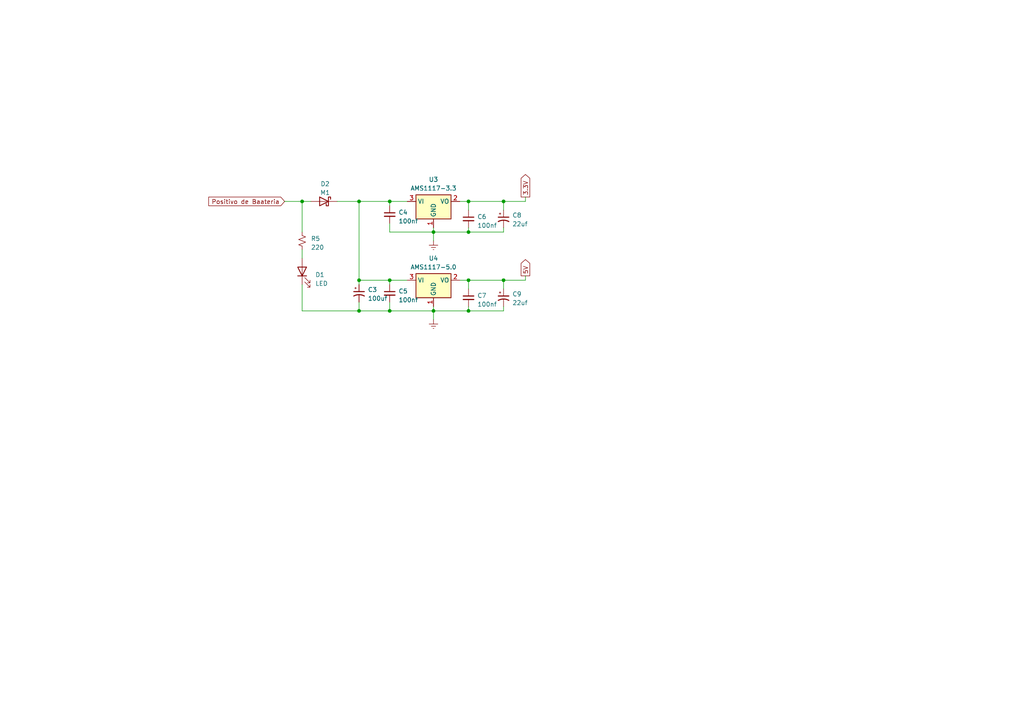
<source format=kicad_sch>
(kicad_sch (version 20230121) (generator eeschema)
  (paper "A4")
  (lib_symbols
    (symbol "Device:C_Polarized_Small_US" (pin_numbers hide) (pin_names (offset 0.254) hide)
      (property "Reference" "C" (at 0.254 1.778 0))
      (property "Value" "C_Polarized_Small_US" (at 0.254 -2.032 0))
      (symbol "C_Polarized_Small_US_0_1"
        (polyline (pts (xy -1.524 0.508) (xy 1.524 0.508)) (stroke (width 0.3048)))
        (polyline (pts (xy -1.27 1.524) (xy -0.762 1.524)))
        (polyline (pts (xy -1.016 1.27) (xy -1.016 1.778)))
        (arc (start 1.524 -0.762) (mid 0 -0.3734) (end -1.524 -0.762) (stroke (width 0.3048)))
      )
      (symbol "C_Polarized_Small_US_1_1"
        (pin passive line (at 0 2.54 270) (length 2.032) (name "~") (number "1"))
        (pin passive line (at 0 -2.54 90) (length 2.032) (name "~") (number "2"))
      )
    )
    (symbol "Device:C_Small" (pin_numbers hide) (pin_names (offset 0.254) hide)
      (property "Reference" "C" (at 0.254 1.778 0))
      (property "Value" "C_Small" (at 0.254 -2.032 0))
      (symbol "C_Small_0_1"
        (polyline (pts (xy -1.524 -0.508) (xy 1.524 -0.508)) (stroke (width 0.3302)))
        (polyline (pts (xy -1.524 0.508) (xy 1.524 0.508)) (stroke (width 0.3048)))
      )
      (symbol "C_Small_1_1"
        (pin passive line (at 0 2.54 270) (length 2.032) (name "~") (number "1"))
        (pin passive line (at 0 -2.54 90) (length 2.032) (name "~") (number "2"))
      )
    )
    (symbol "Device:LED" (pin_numbers hide) (pin_names (offset 1.016) hide)
      (property "Reference" "D" (at 0 2.54 0))
      (property "Value" "LED" (at 0 -2.54 0))
      (symbol "LED_0_1"
        (polyline (pts (xy -1.27 -1.27) (xy -1.27 1.27)) (stroke (width 0.254)))
        (polyline (pts (xy -1.27 0) (xy 1.27 0)))
        (polyline (pts (xy 1.27 -1.27) (xy 1.27 1.27) (xy -1.27 0) (xy 1.27 -1.27)) (stroke (width 0.254)))
        (polyline (pts (xy -3.048 -0.762) (xy -4.572 -2.286) (xy -3.81 -2.286) (xy -4.572 -2.286) (xy -4.572 -1.524)))
        (polyline (pts (xy -1.778 -0.762) (xy -3.302 -2.286) (xy -2.54 -2.286) (xy -3.302 -2.286) (xy -3.302 -1.524)))
      )
      (symbol "LED_1_1"
        (pin passive line (at -3.81 0 0) (length 2.54) (name "K") (number "1"))
        (pin passive line (at 3.81 0 180) (length 2.54) (name "A") (number "2"))
      )
    )
    (symbol "Device:R_Small_US" (pin_numbers hide) (pin_names (offset 0.254) hide)
      (property "Reference" "R" (at 0.762 0.508 0))
      (property "Value" "R_Small_US" (at 0.762 -1.016 0))
      (symbol "R_Small_US_1_1"
        (polyline (pts (xy 0 0) (xy 1.016 -0.381) (xy 0 -0.762) (xy -1.016 -1.143) (xy 0 -1.524)))
        (polyline (pts (xy 0 1.524) (xy 1.016 1.143) (xy 0 0.762) (xy -1.016 0.381) (xy 0 0)))
        (pin passive line (at 0 2.54 270) (length 1.016) (name "~") (number "1"))
        (pin passive line (at 0 -2.54 90) (length 1.016) (name "~") (number "2"))
      )
    )
    (symbol "Diode:B120-E3" (pin_numbers hide) (pin_names hide)
      (property "Reference" "D" (at 0 2.54 0))
      (property "Value" "B120-E3" (at 0 -2.54 0))
      (symbol "B120-E3_0_1"
        (polyline (pts (xy 1.27 0) (xy -1.27 0)))
        (polyline (pts (xy 1.27 1.27) (xy 1.27 -1.27) (xy -1.27 0) (xy 1.27 1.27)) (stroke (width 0.254)))
        (polyline (pts (xy -1.905 0.635) (xy -1.905 1.27) (xy -1.27 1.27) (xy -1.27 -1.27) (xy -0.635 -1.27) (xy -0.635 -0.635)) (stroke (width 0.254)))
      )
      (symbol "B120-E3_1_1"
        (pin passive line (at -3.81 0 0) (length 2.54) (name "K") (number "1"))
        (pin passive line (at 3.81 0 180) (length 2.54) (name "A") (number "2"))
      )
    )
    (symbol "Regulator_Linear:AMS1117-3.3"
      (property "Reference" "U" (at -3.81 3.175 0))
      (property "Value" "AMS1117-3.3" (at 0 3.175 0))
      (symbol "AMS1117-3.3_0_1"
        (rectangle (start -5.08 -5.08) (end 5.08 1.905) (stroke (width 0.254)) (fill (type background)))
      )
      (symbol "AMS1117-3.3_1_1"
        (pin power_in line (at 0 -7.62 90) (length 2.54) (name "GND") (number "1"))
        (pin power_out line (at 7.62 0 180) (length 2.54) (name "VO") (number "2"))
        (pin power_in line (at -7.62 0 0) (length 2.54) (name "VI") (number "3"))
      )
    )
    (symbol "Regulator_Linear:AMS1117-5.0"
      (property "Reference" "U" (at -3.81 3.175 0))
      (property "Value" "AMS1117-5.0" (at 0 3.175 0))
      (symbol "AMS1117-5.0_0_1"
        (rectangle (start -5.08 -5.08) (end 5.08 1.905) (stroke (width 0.254)) (fill (type background)))
      )
      (symbol "AMS1117-5.0_1_1"
        (pin power_in line (at 0 -7.62 90) (length 2.54) (name "GND") (number "1"))
        (pin power_out line (at 7.62 0 180) (length 2.54) (name "VO") (number "2"))
        (pin power_in line (at -7.62 0 0) (length 2.54) (name "VI") (number "3"))
      )
    )
    (symbol "power:Earth" (power) (pin_names (offset 0))
      (symbol "Earth_0_1"
        (polyline (pts (xy -0.635 -1.905) (xy 0.635 -1.905)))
        (polyline (pts (xy -0.127 -2.54) (xy 0.127 -2.54)))
        (polyline (pts (xy 0 -1.27) (xy 0 0)))
        (polyline (pts (xy 1.27 -1.27) (xy -1.27 -1.27)))
      )
      (symbol "Earth_1_1"
        (pin power_in line (at 0 0 270) (length 0) hide (name "Earth") (number "1"))
      )
    )
  )
  (junction (at 135.89 81.28))
  (junction (at 104.14 58.42))
  (junction (at 146.05 58.42))
  (junction (at 135.89 58.42))
  (junction (at 146.05 81.28))
  (junction (at 104.14 90.17))
  (junction (at 135.89 67.31))
  (junction (at 125.73 67.31))
  (junction (at 135.89 90.17))
  (junction (at 113.03 58.42))
  (junction (at 113.03 81.28))
  (junction (at 87.63 58.42))
  (junction (at 125.73 90.17))
  (junction (at 104.14 81.28))
  (junction (at 113.03 90.17))
  (wire (pts (xy 146.05 90.17) (xy 135.89 90.17)))
  (wire (pts (xy 87.63 90.17) (xy 104.14 90.17)))
  (wire (pts (xy 146.05 81.28) (xy 146.05 83.82)))
  (wire (pts (xy 113.03 81.28) (xy 118.11 81.28)))
  (wire (pts (xy 135.89 66.04) (xy 135.89 67.31)))
  (wire (pts (xy 125.73 67.31) (xy 135.89 67.31)))
  (wire (pts (xy 82.55 58.42) (xy 87.63 58.42)))
  (wire (pts (xy 113.03 58.42) (xy 118.11 58.42)))
  (wire (pts (xy 146.05 58.42) (xy 152.4 58.42)))
  (wire (pts (xy 135.89 88.9) (xy 135.89 90.17)))
  (wire (pts (xy 87.63 82.55) (xy 87.63 90.17)))
  (wire (pts (xy 104.14 87.63) (xy 104.14 90.17)))
  (wire (pts (xy 113.03 87.63) (xy 113.03 90.17)))
  (wire (pts (xy 146.05 81.28) (xy 152.4 81.28)))
  (wire (pts (xy 113.03 58.42) (xy 113.03 59.69)))
  (wire (pts (xy 125.73 67.31) (xy 125.73 69.85)))
  (wire (pts (xy 104.14 58.42) (xy 113.03 58.42)))
  (wire (pts (xy 135.89 58.42) (xy 135.89 60.96)))
  (wire (pts (xy 146.05 58.42) (xy 146.05 60.96)))
  (wire (pts (xy 104.14 90.17) (xy 113.03 90.17)))
  (wire (pts (xy 113.03 90.17) (xy 125.73 90.17)))
  (wire (pts (xy 87.63 67.31) (xy 87.63 58.42)))
  (wire (pts (xy 133.35 81.28) (xy 135.89 81.28)))
  (wire (pts (xy 97.79 58.42) (xy 104.14 58.42)))
  (wire (pts (xy 135.89 58.42) (xy 146.05 58.42)))
  (wire (pts (xy 125.73 67.31) (xy 125.73 66.04)))
  (wire (pts (xy 113.03 67.31) (xy 125.73 67.31)))
  (wire (pts (xy 125.73 90.17) (xy 125.73 88.9)))
  (wire (pts (xy 104.14 81.28) (xy 104.14 58.42)))
  (wire (pts (xy 152.4 81.28) (xy 152.4 80.01)))
  (wire (pts (xy 133.35 58.42) (xy 135.89 58.42)))
  (wire (pts (xy 87.63 72.39) (xy 87.63 74.93)))
  (wire (pts (xy 135.89 81.28) (xy 135.89 83.82)))
  (wire (pts (xy 152.4 58.42) (xy 152.4 57.15)))
  (wire (pts (xy 135.89 67.31) (xy 146.05 67.31)))
  (wire (pts (xy 125.73 90.17) (xy 125.73 92.71)))
  (wire (pts (xy 135.89 81.28) (xy 146.05 81.28)))
  (wire (pts (xy 87.63 58.42) (xy 90.17 58.42)))
  (wire (pts (xy 125.73 90.17) (xy 135.89 90.17)))
  (wire (pts (xy 113.03 81.28) (xy 113.03 82.55)))
  (wire (pts (xy 146.05 88.9) (xy 146.05 90.17)))
  (wire (pts (xy 146.05 66.04) (xy 146.05 67.31)))
  (wire (pts (xy 113.03 64.77) (xy 113.03 67.31)))
  (wire (pts (xy 104.14 81.28) (xy 113.03 81.28)))
  (wire (pts (xy 104.14 81.28) (xy 104.14 82.55)))
  (global_label "3.3V" (shape output) (at 152.4 57.15 90) (property "Intersheetrefs" "${INTERSHEET_REFS}" (effects hide)))
  (global_label "Positivo de Baateria" (shape input) (at 82.55 58.42 180) (property "Intersheetrefs" "${INTERSHEET_REFS}" (effects hide)))
  (global_label "5V" (shape output) (at 152.4 80.01 90) (property "Intersheetrefs" "${INTERSHEET_REFS}" (effects hide)))
  (symbol (lib_id "Regulator_Linear:AMS1117-5.0") (at 125.73 81.28 0) (unit 1)
    (property "Reference" "U4" (at 125.73 74.93 0))
    (property "Value" "AMS1117-5.0" (at 125.73 77.47 0))
    (property "Footprint" "Package_TO_SOT_SMD:SOT-223-3_TabPin2" (effects hide))
    (property "Datasheet" "http://www.advanced-monolithic.com/pdf/ds1117.pdf" (effects hide))
    (instances (project "KISS_V2" (path "" (reference "U4") (unit 1))) (project "reguladores" (path "" (reference "U1") (unit 1))))
  )
  (symbol (lib_id "Device:C_Polarized_Small_US") (at 146.05 86.36 0) (unit 1)
    (property "Reference" "C9" (at 148.59 85.2932 0) (effects (justify left)))
    (property "Value" "22uf" (at 148.59 87.8332 0) (effects (justify left)))
    (property "Footprint" "Capacitor_SMD:CP_Elec_6.3x3" (effects hide))
    (instances (project "KISS_V2" (path "" (reference "C9") (unit 1))) (project "reguladores" (path "" (reference "C7") (unit 1))))
  )
  (symbol (lib_id "Device:LED") (at 87.63 78.74 90) (unit 1)
    (property "Reference" "D1" (at 91.44 79.6925 90) (effects (justify right)))
    (property "Value" "LED" (at 91.44 82.2325 90) (effects (justify right)))
    (property "Footprint" "LED_SMD:LED_1206_3216Metric" (effects hide))
    (instances (project "KISS_V2" (path "" (reference "D1") (unit 1))) (project "reguladores" (path "" (reference "D2") (unit 1))))
  )
  (symbol (lib_id "Device:C_Small") (at 135.89 86.36 0) (unit 1)
    (property "Reference" "C7" (at 138.43 85.7313 0) (effects (justify left)))
    (property "Value" "100nf" (at 138.43 88.2713 0) (effects (justify left)))
    (property "Footprint" "Capacitor_SMD:C_0201_0603Metric" (effects hide))
    (instances (project "KISS_V2" (path "" (reference "C7") (unit 1))) (project "reguladores" (path "" (reference "C6") (unit 1))))
  )
  (symbol (lib_id "Regulator_Linear:AMS1117-3.3") (at 125.73 58.42 0) (unit 1)
    (property "Reference" "U3" (at 125.73 52.07 0))
    (property "Value" "AMS1117-3.3" (at 125.73 54.61 0))
    (property "Footprint" "Package_TO_SOT_SMD:SOT-223-3_TabPin2" (effects hide))
    (property "Datasheet" "http://www.advanced-monolithic.com/pdf/ds1117.pdf" (effects hide))
    (instances (project "KISS_V2" (path "" (reference "U3") (unit 1))) (project "reguladores" (path "" (reference "U2") (unit 1))))
  )
  (symbol (lib_id "Device:R_Small_US") (at 87.63 69.85 0) (unit 1)
    (property "Reference" "R5" (at 90.17 69.215 0) (effects (justify left)))
    (property "Value" "220" (at 90.17 71.755 0) (effects (justify left)))
    (property "Footprint" "Resistor_SMD:R_0201_0603Metric" (effects hide))
    (instances (project "KISS_V2" (path "" (reference "R5") (unit 1))) (project "reguladores" (path "" (reference "R1") (unit 1))))
  )
  (symbol (lib_id "Device:C_Polarized_Small_US") (at 146.05 63.5 0) (unit 1)
    (property "Reference" "C8" (at 148.59 62.4332 0) (effects (justify left)))
    (property "Value" "22uf" (at 148.59 64.9732 0) (effects (justify left)))
    (property "Footprint" "Capacitor_SMD:CP_Elec_6.3x3" (effects hide))
    (instances (project "KISS_V2" (path "" (reference "C8") (unit 1))) (project "reguladores" (path "" (reference "C4") (unit 1))))
  )
  (symbol (lib_id "power:Earth") (at 125.73 69.85 0) (unit 1)
    (property "Reference" "#PWR08" (effects hide))
    (property "Value" "Earth" (effects hide))
    (instances (project "KISS_V2" (path "" (reference "#PWR08") (unit 1))) (project "reguladores" (path "" (reference "#PWR01") (unit 1))))
  )
  (symbol (lib_id "power:Earth") (at 125.73 92.71 0) (unit 1)
    (property "Reference" "#PWR09" (effects hide))
    (property "Value" "Earth" (effects hide))
    (instances (project "KISS_V2" (path "" (reference "#PWR09") (unit 1))) (project "reguladores" (path "" (reference "#PWR04") (unit 1))))
  )
  (symbol (lib_id "Device:C_Polarized_Small_US") (at 104.14 85.09 0) (unit 1)
    (property "Reference" "C3" (at 106.68 84.0232 0) (effects (justify left)))
    (property "Value" "100uf" (at 106.68 86.5632 0) (effects (justify left)))
    (property "Footprint" "Capacitor_SMD:CP_Elec_6.3x3" (effects hide))
    (instances (project "KISS_V2" (path "" (reference "C3") (unit 1))) (project "reguladores" (path "" (reference "C1") (unit 1))))
  )
  (symbol (lib_id "Diode:B120-E3") (at 93.98 58.42 0) (mirror y) (unit 1)
    (property "Reference" "D2" (at 94.2975 53.34 0))
    (property "Value" "M1" (at 94.2975 55.88 0))
    (property "Footprint" "Diode_SMD:D_SMA" (effects hide))
    (property "Datasheet" "http://www.vishay.com/docs/88946/b120.pdf" (effects hide))
    (instances (project "KISS_V2" (path "" (reference "D2") (unit 1))) (project "reguladores" (path "" (reference "D1") (unit 1))))
  )
  (symbol (lib_id "Device:C_Small") (at 135.89 63.5 0) (unit 1)
    (property "Reference" "C6" (at 138.43 62.8713 0) (effects (justify left)))
    (property "Value" "100nf" (at 138.43 65.4113 0) (effects (justify left)))
    (property "Footprint" "Capacitor_SMD:C_0201_0603Metric" (effects hide))
    (instances (project "KISS_V2" (path "" (reference "C6") (unit 1))) (project "reguladores" (path "" (reference "C3") (unit 1))))
  )
  (symbol (lib_id "Device:C_Small") (at 113.03 85.09 0) (unit 1)
    (property "Reference" "C5" (at 115.57 84.4613 0) (effects (justify left)))
    (property "Value" "100nf" (at 115.57 87.0013 0) (effects (justify left)))
    (property "Footprint" "Capacitor_SMD:C_0201_0603Metric" (effects hide))
  )
  (symbol (lib_id "Device:C_Small") (at 113.03 62.23 0) (unit 1)
    (property "Reference" "C4" (at 115.57 61.6013 0) (effects (justify left)))
    (property "Value" "100nf" (at 115.57 64.1413 0) (effects (justify left)))
    (property "Footprint" "Capacitor_SMD:C_0201_0603Metric" (effects hide))
    (instances (project "KISS_V2" (path "" (reference "C4") (unit 1))) (project "reguladores" (path "" (reference "C2") (unit 1))))
  )
)
</source>
